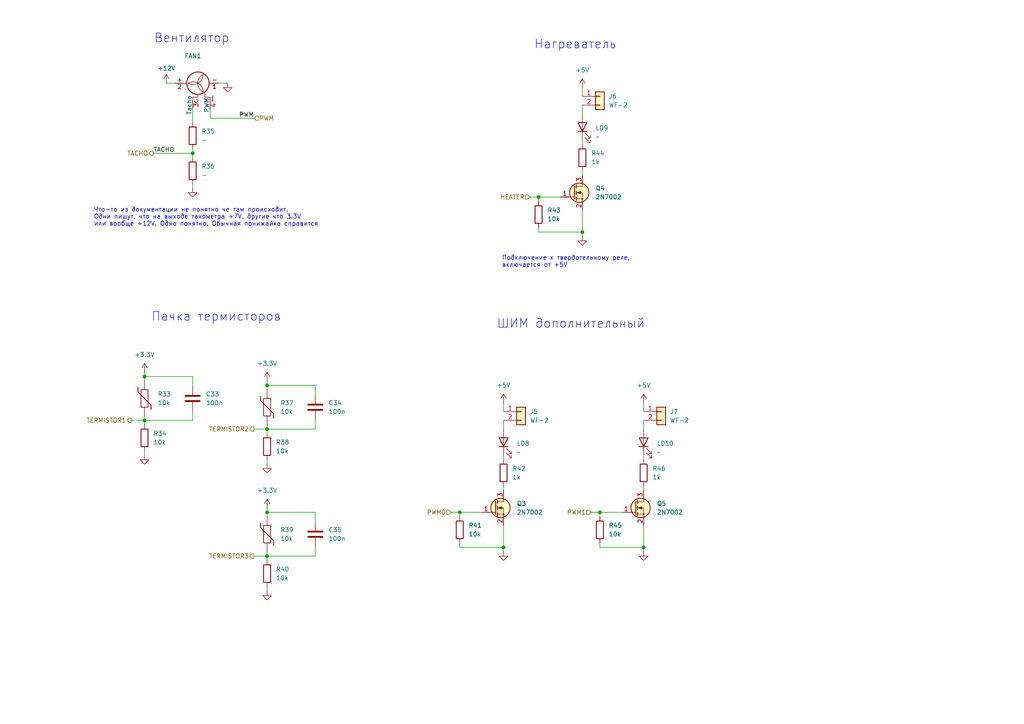
<source format=kicad_sch>
(kicad_sch (version 20250114) (generator "eeschema") (generator_version "9.0")
  (paper "A4")
  (title_block (title "OctopusNode") (comment 2 "Филимонов С.В.") (comment 3 "Семеренко Д.А."))
  (lib_symbols
    (symbol "Connector_Generic:Conn_01x02" (pin_names (offset 1.016) (hide yes))
      (property "Reference" "J" (at 0 2.54 0))
      (property "Value" "Conn_01x02" (at 0 -5.08 0))
      (symbol "Conn_01x02_1_1"
        (rectangle (start -1.27 1.27) (end 1.27 -3.81) (stroke (width 0.254)) (fill (type background)))
        (rectangle (start -1.27 0.127) (end 0 -0.127) (stroke (width 0.1524)))
        (rectangle (start -1.27 -2.413) (end 0 -2.667) (stroke (width 0.1524)))
        (pin passive line (at -5.08 0 0) (length 3.81) (name "Pin_1") (number "1"))
        (pin passive line (at -5.08 -2.54 0) (length 3.81) (name "Pin_2") (number "2"))
      )
    )
    (symbol "Device:C" (pin_numbers (hide yes)) (pin_names (offset 0.254))
      (property "Reference" "C" (at 0.635 2.54 0))
      (property "Value" "C" (at 0.635 -2.54 0))
      (symbol "C_0_1"
        (polyline (pts (xy -2.032 0.762) (xy 2.032 0.762)) (stroke (width 0.508)))
        (polyline (pts (xy -2.032 -0.762) (xy 2.032 -0.762)) (stroke (width 0.508)))
      )
      (symbol "C_1_1"
        (pin passive line (at 0 3.81 270) (length 2.794) (name "~") (number "1"))
        (pin passive line (at 0 -3.81 90) (length 2.794) (name "~") (number "2"))
      )
    )
    (symbol "Device:LED" (pin_numbers (hide yes)) (pin_names (offset 1.016) (hide yes))
      (property "Reference" "D" (at 0 2.54 0))
      (property "Value" "LED" (at 0 -2.54 0))
      (symbol "LED_0_1"
        (polyline (pts (xy -3.048 -0.762) (xy -4.572 -2.286) (xy -3.81 -2.286) (xy -4.572 -2.286) (xy -4.572 -1.524)))
        (polyline (pts (xy -1.778 -0.762) (xy -3.302 -2.286) (xy -2.54 -2.286) (xy -3.302 -2.286) (xy -3.302 -1.524)))
        (polyline (pts (xy -1.27 0) (xy 1.27 0)))
        (polyline (pts (xy -1.27 -1.27) (xy -1.27 1.27)) (stroke (width 0.254)))
        (polyline (pts (xy 1.27 -1.27) (xy 1.27 1.27) (xy -1.27 0) (xy 1.27 -1.27)) (stroke (width 0.254)))
      )
      (symbol "LED_1_1"
        (pin passive line (at -3.81 0 0) (length 2.54) (name "K") (number "1"))
        (pin passive line (at 3.81 0 180) (length 2.54) (name "A") (number "2"))
      )
    )
    (symbol "Device:R" (pin_numbers (hide yes)) (pin_names (offset 0))
      (property "Reference" "R" (at 2.032 0 90))
      (property "Value" "R" (at 0 0 90))
      (symbol "R_0_1"
        (rectangle (start -1.016 -2.54) (end 1.016 2.54) (stroke (width 0.254)))
      )
      (symbol "R_1_1"
        (pin passive line (at 0 3.81 270) (length 1.27) (name "~") (number "1"))
        (pin passive line (at 0 -3.81 90) (length 1.27) (name "~") (number "2"))
      )
    )
    (symbol "Device:Thermistor" (pin_numbers (hide yes)) (pin_names (offset 0))
      (property "Reference" "TH" (at 2.54 1.27 90))
      (property "Value" "Thermistor" (at -2.54 0 90))
      (symbol "Thermistor_0_1"
        (polyline (pts (xy -1.905 3.175) (xy -1.905 1.905) (xy 1.905 -1.905) (xy 1.905 -3.175) (xy 1.905 -3.175)) (stroke (width 0.254)))
        (rectangle (start -1.016 2.54) (end 1.016 -2.54) (stroke (width 0.2032)))
      )
      (symbol "Thermistor_1_1"
        (pin passive line (at 0 5.08 270) (length 2.54) (name "~") (number "1"))
        (pin passive line (at 0 -5.08 90) (length 2.54) (name "~") (number "2"))
      )
    )
    (symbol "Motor:Fan_CPU_4pin" (pin_names (offset 0))
      (property "Reference" "M" (at 2.54 5.08 0))
      (property "Value" "Fan_CPU_4pin" (at 2.54 -2.54 0))
      (symbol "Fan_CPU_4pin_0_0"
        (polyline (pts (xy -5.08 2.032) (xy -5.334 2.159)))
        (polyline (pts (xy -5.08 2.032) (xy -5.207 1.778)))
        (arc (start -4.572 1.524) (mid -5.08 1.0182) (end -5.588 1.524))
        (arc (start -5.588 1.524) (mid -5.4392 1.8832) (end -5.08 2.032))
        (polyline (pts (xy -4.064 2.54) (xy -4.064 1.016) (xy -3.302 1.016)))
      )
      (symbol "Fan_CPU_4pin_0_1"
        (polyline (pts (xy -5.334 -3.302) (xy -5.08 -3.302) (xy -5.08 -3.048) (xy -4.826 -3.048) (xy -4.826 -3.302) (xy -4.318 -3.302) (xy -4.318 -3.048) (xy -4.064 -3.048) (xy -4.064 -3.302) (xy -3.556 -3.302)))
        (polyline (pts (xy -4.064 2.54) (xy -5.08 2.54)))
        (polyline (pts (xy -2.54 -1.016) (xy -4.064 -1.016) (xy -4.064 -2.54) (xy -5.08 -2.54)))
        (arc (start 0 3.81) (mid -0.0015 0.9048) (end -2.54 -0.508))
        (polyline (pts (xy 0 4.572) (xy 0 5.08)))
        (polyline (pts (xy 0 4.2672) (xy 0 4.6228)))
        (circle (center 0 1.016) (radius 3.2512) (stroke (width 0.254)))
        (arc (start -2.54 -0.508) (mid 0 1.0618) (end 2.54 -0.508))
        (polyline (pts (xy 0 -2.2352) (xy 0 -2.6416)))
        (polyline (pts (xy 0 -5.08) (xy 0 -4.572)))
        (arc (start 2.54 -0.508) (mid 0.047 0.9315) (end 0 3.81))
      )
      (symbol "Fan_CPU_4pin_1_1"
        (pin passive line (at -7.62 2.54 0) (length 2.54) (name "Tacho") (number "3"))
        (pin input line (at -7.62 -2.54 0) (length 2.54) (name "PWM") (number "4"))
        (pin passive line (at 0 7.62 270) (length 2.54) (name "+") (number "2"))
        (pin passive line (at 0 -5.08 90) (length 2.54) (name "-") (number "1"))
      )
    )
    (symbol "PCM_Transistor_MOSFET_AKL:2N7002" (pin_names (hide yes))
      (property "Reference" "Q" (at 5.08 1.27 0))
      (property "Value" "2N7002" (at 5.08 -1.27 0))
      (symbol "2N7002_0_1"
        (polyline (pts (xy 0.254 1.905) (xy 0.254 -1.905)) (stroke (width 0.254)))
        (polyline (pts (xy 0.254 -1.27) (xy -2.54 -1.27)))
        (polyline (pts (xy 0.762 2.286) (xy 0.762 1.27)) (stroke (width 0.254)))
        (polyline (pts (xy 0.762 0.508) (xy 0.762 -0.508)) (stroke (width 0.254)))
        (polyline (pts (xy 0.762 -1.27) (xy 0.762 -2.286)) (stroke (width 0.254)))
        (polyline (pts (xy 0.762 -1.778) (xy 2.54 -1.778)))
        (polyline (pts (xy 1.016 0) (xy 2.032 0.381) (xy 2.032 -0.381) (xy 1.016 0)) (fill (type outline)))
        (circle (center 1.651 0) (radius 2.794) (stroke (width 0.254)) (fill (type background)))
        (polyline (pts (xy 2.54 2.54) (xy 2.54 1.778)))
        (polyline (pts (xy 2.54 1.778) (xy 0.762 1.778)))
        (circle (center 2.54 -1.778) (radius 0.1778) (fill (type outline)))
        (polyline (pts (xy 2.54 -2.54) (xy 2.54 0) (xy 0.762 0)))
      )
      (symbol "2N7002_1_1"
        (pin input line (at -3.81 -1.27 0) (length 2.54) (name "G") (number "1"))
        (pin passive line (at 2.54 5.08 270) (length 2.54) (name "D") (number "3"))
        (pin passive line (at 2.54 -5.08 90) (length 2.54) (name "S") (number "2"))
      )
    )
    (symbol "power:+12V" (power) (pin_numbers (hide yes)) (pin_names (offset 0) (hide yes))
      (property "Value" "+12V" (at 0 3.556 0))
      (symbol "+12V_0_1"
        (polyline (pts (xy -0.762 1.27) (xy 0 2.54)))
        (polyline (pts (xy 0 2.54) (xy 0.762 1.27)))
        (polyline (pts (xy 0 0) (xy 0 2.54)))
      )
      (symbol "+12V_1_1"
        (pin power_in line (at 0 0 90) (length 0) (name "~") (number "1"))
      )
    )
    (symbol "power:+3.3V" (power) (pin_numbers (hide yes)) (pin_names (offset 0) (hide yes))
      (property "Value" "+3.3V" (at 0 3.556 0))
      (symbol "+3.3V_0_1"
        (polyline (pts (xy -0.762 1.27) (xy 0 2.54)))
        (polyline (pts (xy 0 2.54) (xy 0.762 1.27)))
        (polyline (pts (xy 0 0) (xy 0 2.54)))
      )
      (symbol "+3.3V_1_1"
        (pin power_in line (at 0 0 90) (length 0) (name "~") (number "1"))
      )
    )
    (symbol "power:+5V" (power) (pin_numbers (hide yes)) (pin_names (offset 0) (hide yes))
      (property "Value" "+5V" (at 0 3.556 0))
      (symbol "+5V_0_1"
        (polyline (pts (xy -0.762 1.27) (xy 0 2.54)))
        (polyline (pts (xy 0 2.54) (xy 0.762 1.27)))
        (polyline (pts (xy 0 0) (xy 0 2.54)))
      )
      (symbol "+5V_1_1"
        (pin power_in line (at 0 0 90) (length 0) (name "~") (number "1"))
      )
    )
    (symbol "power:GND" (power) (pin_numbers (hide yes)) (pin_names (offset 0) (hide yes))
      (property "Value" "GND" (at 0 -3.81 0))
      (symbol "GND_0_1"
        (polyline (pts (xy 0 0) (xy 0 -1.27) (xy 1.27 -1.27) (xy 0 -2.54) (xy -1.27 -1.27) (xy 0 -1.27)))
      )
      (symbol "GND_1_1"
        (pin power_in line (at 0 0 270) (length 0) (name "~") (number "1"))
      )
    )
  )
  (text "Пачка термисторов" (at 62.738 91.948 0) (effects (font (size 2.54 2.54))))
  (text "Нагреватель" (at 166.878 12.954 0) (effects (font (size 2.54 2.54))))
  (text "ШИМ дополнительный" (at 165.608 93.98 0) (effects (font (size 2.54 2.54))))
  (text "Подключение к твердотельному реле,\nвключается от +5V" (at 145.542 75.946 0) (effects (font (size 1.27 1.27)) (justify left)))
  (text "Что-то из документации не понятно че там происходит.\nОдни пишут, что на выходе тахометра +7V, другие что 3.3V\nили вообще +12V. Одно понятно. Обычная понижайка справится" (at 27.178 62.992 0) (effects (font (size 1.27 1.27)) (justify left)))
  (text "Вентилятор" (at 55.626 11.176 0) (effects (font (size 2.54 2.54))))
  (junction (at 173.99 148.59))
  (junction (at 168.91 67.31))
  (junction (at 77.47 161.29))
  (junction (at 41.91 121.92))
  (junction (at 77.47 111.76))
  (junction (at 55.88 44.45))
  (junction (at 77.47 148.59))
  (junction (at 133.35 148.59))
  (junction (at 156.21 57.15))
  (junction (at 146.05 158.75))
  (junction (at 186.69 158.75))
  (junction (at 77.47 124.46))
  (junction (at 41.91 109.22))
  (wire (pts (xy 77.47 111.76) (xy 91.44 111.76)))
  (wire (pts (xy 77.47 147.32) (xy 77.47 148.59)))
  (wire (pts (xy 156.21 57.15) (xy 156.21 58.42)))
  (wire (pts (xy 186.69 152.4) (xy 186.69 158.75)))
  (wire (pts (xy 73.66 161.29) (xy 77.47 161.29)))
  (wire (pts (xy 168.91 60.96) (xy 168.91 67.31)))
  (wire (pts (xy 60.96 31.75) (xy 60.96 34.29)))
  (wire (pts (xy 77.47 133.35) (xy 77.47 134.62)))
  (wire (pts (xy 63.5 24.13) (xy 66.04 24.13)))
  (wire (pts (xy 168.91 25.4) (xy 168.91 27.94)))
  (wire (pts (xy 60.96 34.29) (xy 73.66 34.29)))
  (wire (pts (xy 41.91 109.22) (xy 55.88 109.22)))
  (wire (pts (xy 156.21 66.04) (xy 156.21 67.31)))
  (wire (pts (xy 77.47 148.59) (xy 91.44 148.59)))
  (wire (pts (xy 77.47 160.02) (xy 77.47 161.29)))
  (wire (pts (xy 130.81 148.59) (xy 133.35 148.59)))
  (wire (pts (xy 91.44 158.75) (xy 91.44 161.29)))
  (wire (pts (xy 146.05 116.84) (xy 146.05 119.38)))
  (wire (pts (xy 156.21 67.31) (xy 168.91 67.31)))
  (wire (pts (xy 55.88 121.92) (xy 41.91 121.92)))
  (wire (pts (xy 168.91 49.53) (xy 168.91 50.8)))
  (wire (pts (xy 55.88 31.75) (xy 55.88 35.56)))
  (wire (pts (xy 44.45 44.45) (xy 55.88 44.45)))
  (wire (pts (xy 133.35 158.75) (xy 146.05 158.75)))
  (wire (pts (xy 41.91 121.92) (xy 41.91 123.19)))
  (wire (pts (xy 77.47 110.49) (xy 77.47 111.76)))
  (wire (pts (xy 55.88 44.45) (xy 55.88 45.72)))
  (wire (pts (xy 77.47 148.59) (xy 77.47 149.86)))
  (wire (pts (xy 173.99 157.48) (xy 173.99 158.75)))
  (wire (pts (xy 146.05 121.92) (xy 146.05 124.46)))
  (wire (pts (xy 77.47 111.76) (xy 77.47 113.03)))
  (wire (pts (xy 186.69 140.97) (xy 186.69 142.24)))
  (wire (pts (xy 173.99 158.75) (xy 186.69 158.75)))
  (wire (pts (xy 186.69 116.84) (xy 186.69 119.38)))
  (wire (pts (xy 41.91 109.22) (xy 41.91 110.49)))
  (wire (pts (xy 146.05 152.4) (xy 146.05 158.75)))
  (wire (pts (xy 77.47 123.19) (xy 77.47 124.46)))
  (wire (pts (xy 186.69 158.75) (xy 186.69 160.02)))
  (wire (pts (xy 173.99 148.59) (xy 173.99 149.86)))
  (wire (pts (xy 48.26 24.13) (xy 50.8 24.13)))
  (wire (pts (xy 77.47 124.46) (xy 77.47 125.73)))
  (wire (pts (xy 171.45 148.59) (xy 173.99 148.59)))
  (wire (pts (xy 168.91 67.31) (xy 168.91 68.58)))
  (wire (pts (xy 41.91 130.81) (xy 41.91 132.08)))
  (wire (pts (xy 156.21 57.15) (xy 162.56 57.15)))
  (wire (pts (xy 91.44 161.29) (xy 77.47 161.29)))
  (wire (pts (xy 41.91 120.65) (xy 41.91 121.92)))
  (wire (pts (xy 168.91 40.64) (xy 168.91 41.91)))
  (wire (pts (xy 133.35 157.48) (xy 133.35 158.75)))
  (wire (pts (xy 168.91 30.48) (xy 168.91 33.02)))
  (wire (pts (xy 91.44 114.3) (xy 91.44 111.76)))
  (wire (pts (xy 55.88 111.76) (xy 55.88 109.22)))
  (wire (pts (xy 153.67 57.15) (xy 156.21 57.15)))
  (wire (pts (xy 173.99 148.59) (xy 180.34 148.59)))
  (wire (pts (xy 73.66 124.46) (xy 77.47 124.46)))
  (wire (pts (xy 146.05 132.08) (xy 146.05 133.35)))
  (wire (pts (xy 146.05 158.75) (xy 146.05 160.02)))
  (wire (pts (xy 77.47 161.29) (xy 77.47 162.56)))
  (wire (pts (xy 77.47 170.18) (xy 77.47 171.45)))
  (wire (pts (xy 41.91 107.95) (xy 41.91 109.22)))
  (wire (pts (xy 38.1 121.92) (xy 41.91 121.92)))
  (wire (pts (xy 91.44 124.46) (xy 77.47 124.46)))
  (wire (pts (xy 91.44 151.13) (xy 91.44 148.59)))
  (wire (pts (xy 55.88 43.18) (xy 55.88 44.45)))
  (wire (pts (xy 186.69 121.92) (xy 186.69 124.46)))
  (wire (pts (xy 186.69 132.08) (xy 186.69 133.35)))
  (wire (pts (xy 55.88 119.38) (xy 55.88 121.92)))
  (wire (pts (xy 133.35 148.59) (xy 139.7 148.59)))
  (wire (pts (xy 55.88 53.34) (xy 55.88 54.61)))
  (wire (pts (xy 133.35 148.59) (xy 133.35 149.86)))
  (wire (pts (xy 146.05 140.97) (xy 146.05 142.24)))
  (wire (pts (xy 91.44 121.92) (xy 91.44 124.46)))
  (label "TACHO" (at 44.45 44.45 0))
  (label "PWM" (at 73.66 34.29 180))
  (hierarchical_label "TERMISTOR2" (shape output) (at 73.66 124.46 180))
  (hierarchical_label "HEATER" (shape input) (at 153.67 57.15 180))
  (hierarchical_label "PWM" (shape input) (at 73.66 34.29 0))
  (hierarchical_label "TERMISTOR3" (shape output) (at 73.66 161.29 180))
  (hierarchical_label "TACHO" (shape output) (at 44.45 44.45 180))
  (hierarchical_label "TERMISTOR1" (shape output) (at 38.1 121.92 180))
  (hierarchical_label "PWM1" (shape input) (at 171.45 148.59 180))
  (hierarchical_label "PWM0" (shape input) (at 130.81 148.59 180))
  (symbol (lib_id "Device:R") (at 186.69 137.16 0) (unit 1)
    (property "Reference" "R46" (at 189.23 135.8899 0) (effects (justify left)))
    (property "Value" "1k" (at 189.23 138.4299 0) (effects (justify left)))
    (property "Footprint" "Resistor_SMD:R_0805_2012Metric" (effects (hide yes)))
    (property "Description" "Resistor" (effects (hide yes)))
  )
  (symbol (lib_id "Device:R") (at 173.99 153.67 180) (unit 1)
    (property "Reference" "R45" (at 176.53 152.3999 0) (effects (justify right)))
    (property "Value" "10k" (at 176.53 154.9399 0) (effects (justify right)))
    (property "Footprint" "Resistor_SMD:R_0805_2012Metric" (effects (hide yes)))
    (property "Description" "Resistor" (effects (hide yes)))
  )
  (symbol (lib_id "Device:Thermistor") (at 41.91 115.57 0) (unit 1)
    (property "Reference" "R33" (at 45.72 114.2999 0) (effects (justify left)))
    (property "Value" "10k" (at 45.72 116.8399 0) (effects (justify left)))
    (property "Footprint" "Connector_JST:JST_PH_B2B-PH-K_1x02_P2.00mm_Vertical" (effects (hide yes)))
    (property "Description" "Temperature dependent resistor" (effects (hide yes)))
  )
  (symbol (lib_id "power:GND") (at 168.91 68.58 0) (unit 1)
    (property "Reference" "#PWR0101" (effects (hide yes)))
    (property "Value" "GND" (effects (hide yes)))
    (property "Description" "Power symbol creates a global label with name \"GND\" , ground" (effects (hide yes)))
  )
  (symbol (lib_id "power:GND") (at 146.05 160.02 0) (unit 1)
    (property "Reference" "#PWR099" (effects (hide yes)))
    (property "Value" "GND" (effects (hide yes)))
    (property "Description" "Power symbol creates a global label with name \"GND\" , ground" (effects (hide yes)))
  )
  (symbol (lib_id "PCM_Transistor_MOSFET_AKL:2N7002") (at 166.37 55.88 0) (unit 1)
    (property "Reference" "Q4" (at 172.72 54.6099 0) (effects (justify left)))
    (property "Value" "2N7002" (at 172.72 57.1499 0) (effects (justify left)))
    (property "Footprint" "PCM_4ms_Package_SOT:SOT-23" (effects (hide yes)))
    (property "Datasheet" "https://www.tme.eu/Document/7df5cae36abdfcedddb681f5be886f05/2N7000.pdf" (effects (hide yes)))
    (property "Description" "SOT-23 N-MOSFET enchancement mode transistor, 60V, 115mA, 200mW, Alternate KiCAD Library" (effects (hide yes)))
  )
  (symbol (lib_id "Device:LED") (at 146.05 128.27 90) (unit 1)
    (property "Reference" "LD8" (at 149.86 128.5874 90) (effects (justify right)))
    (property "Value" "~" (at 149.86 131.1274 90) (effects (justify right)))
    (property "Footprint" "LED_SMD:LED_0805_2012Metric" (effects (hide yes)))
    (property "Description" "Light emitting diode" (effects (hide yes)))
  )
  (symbol (lib_id "Device:Thermistor") (at 77.47 154.94 0) (unit 1)
    (property "Reference" "R39" (at 81.28 153.6699 0) (effects (justify left)))
    (property "Value" "10k" (at 81.28 156.2099 0) (effects (justify left)))
    (property "Footprint" "Connector_JST:JST_PH_B2B-PH-K_1x02_P2.00mm_Vertical" (effects (hide yes)))
    (property "Description" "Temperature dependent resistor" (effects (hide yes)))
  )
  (symbol (lib_id "power:GND") (at 77.47 134.62 0) (unit 1)
    (property "Reference" "#PWR095" (effects (hide yes)))
    (property "Value" "GND" (effects (hide yes)))
    (property "Description" "Power symbol creates a global label with name \"GND\" , ground" (effects (hide yes)))
  )
  (symbol (lib_id "Device:R") (at 133.35 153.67 180) (unit 1)
    (property "Reference" "R41" (at 135.89 152.3999 0) (effects (justify right)))
    (property "Value" "10k" (at 135.89 154.9399 0) (effects (justify right)))
    (property "Footprint" "Resistor_SMD:R_0805_2012Metric" (effects (hide yes)))
    (property "Description" "Resistor" (effects (hide yes)))
  )
  (symbol (lib_id "Device:Thermistor") (at 77.47 118.11 0) (unit 1)
    (property "Reference" "R37" (at 81.28 116.8399 0) (effects (justify left)))
    (property "Value" "10k" (at 81.28 119.3799 0) (effects (justify left)))
    (property "Footprint" "Connector_JST:JST_PH_B2B-PH-K_1x02_P2.00mm_Vertical" (effects (hide yes)))
    (property "Description" "Temperature dependent resistor" (effects (hide yes)))
  )
  (symbol (lib_id "power:+3.3V") (at 41.91 107.95 0) (unit 1)
    (property "Reference" "#PWR089" (effects (hide yes)))
    (property "Value" "+3.3V" (at 41.91 102.87 0))
    (property "Description" "Power symbol creates a global label with name \"+3.3V\"" (effects (hide yes)))
  )
  (symbol (lib_id "Device:C") (at 91.44 118.11 0) (unit 1)
    (property "Reference" "C34" (at 95.25 116.8399 0) (effects (justify left)))
    (property "Value" "100n" (at 95.25 119.3799 0) (effects (justify left)))
    (property "Footprint" "Capacitor_SMD:C_0805_2012Metric" (effects (hide yes)))
    (property "Description" "Unpolarized capacitor" (effects (hide yes)))
  )
  (symbol (lib_id "power:GND") (at 66.04 24.13 0) (unit 1)
    (property "Reference" "#PWR093" (effects (hide yes)))
    (property "Value" "GND" (effects (hide yes)))
    (property "Description" "Power symbol creates a global label with name \"GND\" , ground" (effects (hide yes)))
  )
  (symbol (lib_id "power:+5V") (at 146.05 116.84 0) (unit 1)
    (property "Reference" "#PWR098" (effects (hide yes)))
    (property "Value" "+5V" (at 146.05 111.76 0))
    (property "Description" "Power symbol creates a global label with name \"+5V\"" (effects (hide yes)))
  )
  (symbol (lib_id "power:+3.3V") (at 77.47 110.49 0) (unit 1)
    (property "Reference" "#PWR094" (effects (hide yes)))
    (property "Value" "+3.3V" (at 77.47 105.41 0))
    (property "Description" "Power symbol creates a global label with name \"+3.3V\"" (effects (hide yes)))
  )
  (symbol (lib_id "Device:R") (at 77.47 129.54 0) (unit 1)
    (property "Reference" "R38" (at 80.01 128.2699 0) (effects (justify left)))
    (property "Value" "10k" (at 80.01 130.8099 0) (effects (justify left)))
    (property "Footprint" "Resistor_SMD:R_0805_2012Metric" (effects (hide yes)))
    (property "Description" "Resistor" (effects (hide yes)))
  )
  (symbol (lib_id "Device:R") (at 55.88 39.37 180) (unit 1)
    (property "Reference" "R35" (at 58.42 38.0999 0) (effects (justify right)))
    (property "Value" "-" (at 58.42 40.6399 0) (effects (justify right)))
    (property "Footprint" "Resistor_SMD:R_0805_2012Metric" (effects (hide yes)))
    (property "Description" "Resistor" (effects (hide yes)))
  )
  (symbol (lib_id "Connector_Generic:Conn_01x02") (at 191.77 119.38 0) (unit 1)
    (property "Reference" "J7" (at 194.31 119.3799 0) (effects (justify left)))
    (property "Value" "WF-2" (at 194.31 121.9199 0) (effects (justify left)))
    (property "Footprint" "Library:WF-2" (effects (hide yes)))
    (property "Datasheet" "https://www.chipdip.ru/product/wf-2" (effects (hide yes)))
    (property "Description" "Generic connector, single row, 01x02, script generated (kicad-library-utils/schlib/autogen/connector/)" (effects (hide yes)))
  )
  (symbol (lib_id "Device:R") (at 146.05 137.16 0) (unit 1)
    (property "Reference" "R42" (at 148.59 135.8899 0) (effects (justify left)))
    (property "Value" "1k" (at 148.59 138.4299 0) (effects (justify left)))
    (property "Footprint" "Resistor_SMD:R_0805_2012Metric" (effects (hide yes)))
    (property "Description" "Resistor" (effects (hide yes)))
  )
  (symbol (lib_id "Device:R") (at 55.88 49.53 180) (unit 1)
    (property "Reference" "R36" (at 58.42 48.2599 0) (effects (justify right)))
    (property "Value" "-" (at 58.42 50.7999 0) (effects (justify right)))
    (property "Footprint" "Resistor_SMD:R_0805_2012Metric" (effects (hide yes)))
    (property "Description" "Resistor" (effects (hide yes)))
  )
  (symbol (lib_id "power:+12V") (at 48.26 24.13 0) (unit 1)
    (property "Reference" "#PWR091" (effects (hide yes)))
    (property "Value" "+12V" (at 48.26 19.812 0))
    (property "Description" "Power symbol creates a global label with name \"+12V\"" (effects (hide yes)))
  )
  (symbol (lib_id "power:GND") (at 77.47 171.45 0) (unit 1)
    (property "Reference" "#PWR097" (effects (hide yes)))
    (property "Value" "GND" (effects (hide yes)))
    (property "Description" "Power symbol creates a global label with name \"GND\" , ground" (effects (hide yes)))
  )
  (symbol (lib_id "power:+3.3V") (at 77.47 147.32 0) (unit 1)
    (property "Reference" "#PWR096" (effects (hide yes)))
    (property "Value" "+3.3V" (at 77.47 142.24 0))
    (property "Description" "Power symbol creates a global label with name \"+3.3V\"" (effects (hide yes)))
  )
  (symbol (lib_id "Motor:Fan_CPU_4pin") (at 58.42 24.13 90) (unit 1)
    (property "Reference" "FAN1" (at 58.42 16.256 90) (effects (justify left)))
    (property "Value" "Fan_CPU_4pin" (effects (hide yes)))
    (property "Footprint" "Connector:FanPinHeader_1x04_P2.54mm_Vertical" (effects (hide yes)))
    (property "Datasheet" "http://www.formfactors.org/developer%5Cspecs%5Crev1_2_public.pdf" (effects (hide yes)))
    (property "Description" "CPU Fan, tacho output, PWM input, 4-pin connector" (effects (hide yes)))
  )
  (symbol (lib_id "PCM_Transistor_MOSFET_AKL:2N7002") (at 143.51 147.32 0) (unit 1)
    (property "Reference" "Q3" (at 149.86 146.0499 0) (effects (justify left)))
    (property "Value" "2N7002" (at 149.86 148.5899 0) (effects (justify left)))
    (property "Footprint" "PCM_4ms_Package_SOT:SOT-23" (effects (hide yes)))
    (property "Datasheet" "https://www.tme.eu/Document/7df5cae36abdfcedddb681f5be886f05/2N7000.pdf" (effects (hide yes)))
    (property "Description" "SOT-23 N-MOSFET enchancement mode transistor, 60V, 115mA, 200mW, Alternate KiCAD Library" (effects (hide yes)))
  )
  (symbol (lib_id "Device:C") (at 91.44 154.94 0) (unit 1)
    (property "Reference" "C35" (at 95.25 153.6699 0) (effects (justify left)))
    (property "Value" "100n" (at 95.25 156.2099 0) (effects (justify left)))
    (property "Footprint" "Capacitor_SMD:C_0805_2012Metric" (effects (hide yes)))
    (property "Description" "Unpolarized capacitor" (effects (hide yes)))
  )
  (symbol (lib_id "power:GND") (at 186.69 160.02 0) (unit 1)
    (property "Reference" "#PWR0103" (effects (hide yes)))
    (property "Value" "GND" (effects (hide yes)))
    (property "Description" "Power symbol creates a global label with name \"GND\" , ground" (effects (hide yes)))
  )
  (symbol (lib_id "Device:LED") (at 186.69 128.27 90) (unit 1)
    (property "Reference" "LD10" (at 190.5 128.5874 90) (effects (justify right)))
    (property "Value" "~" (at 190.5 131.1274 90) (effects (justify right)))
    (property "Footprint" "LED_SMD:LED_0805_2012Metric" (effects (hide yes)))
    (property "Description" "Light emitting diode" (effects (hide yes)))
  )
  (symbol (lib_id "power:GND") (at 55.88 54.61 0) (unit 1)
    (property "Reference" "#PWR092" (effects (hide yes)))
    (property "Value" "GND" (effects (hide yes)))
    (property "Description" "Power symbol creates a global label with name \"GND\" , ground" (effects (hide yes)))
  )
  (symbol (lib_id "Device:R") (at 156.21 62.23 180) (unit 1)
    (property "Reference" "R43" (at 158.75 60.9599 0) (effects (justify right)))
    (property "Value" "10k" (at 158.75 63.4999 0) (effects (justify right)))
    (property "Footprint" "Resistor_SMD:R_0805_2012Metric" (effects (hide yes)))
    (property "Description" "Resistor" (effects (hide yes)))
  )
  (symbol (lib_id "Device:LED") (at 168.91 36.83 90) (unit 1)
    (property "Reference" "LD9" (at 172.72 37.1474 90) (effects (justify right)))
    (property "Value" "~" (at 172.72 39.6874 90) (effects (justify right)))
    (property "Footprint" "LED_SMD:LED_0805_2012Metric" (effects (hide yes)))
    (property "Description" "Light emitting diode" (effects (hide yes)))
  )
  (symbol (lib_id "PCM_Transistor_MOSFET_AKL:2N7002") (at 184.15 147.32 0) (unit 1)
    (property "Reference" "Q5" (at 190.5 146.0499 0) (effects (justify left)))
    (property "Value" "2N7002" (at 190.5 148.5899 0) (effects (justify left)))
    (property "Footprint" "PCM_4ms_Package_SOT:SOT-23" (effects (hide yes)))
    (property "Datasheet" "https://www.tme.eu/Document/7df5cae36abdfcedddb681f5be886f05/2N7000.pdf" (effects (hide yes)))
    (property "Description" "SOT-23 N-MOSFET enchancement mode transistor, 60V, 115mA, 200mW, Alternate KiCAD Library" (effects (hide yes)))
  )
  (symbol (lib_id "power:+5V") (at 168.91 25.4 0) (unit 1)
    (property "Reference" "#PWR0100" (effects (hide yes)))
    (property "Value" "+5V" (at 168.91 20.32 0))
    (property "Description" "Power symbol creates a global label with name \"+5V\"" (effects (hide yes)))
  )
  (symbol (lib_id "Connector_Generic:Conn_01x02") (at 151.13 119.38 0) (unit 1)
    (property "Reference" "J5" (at 153.67 119.3799 0) (effects (justify left)))
    (property "Value" "WF-2" (at 153.67 121.9199 0) (effects (justify left)))
    (property "Footprint" "Library:WF-2" (effects (hide yes)))
    (property "Datasheet" "https://www.chipdip.ru/product/wf-2" (effects (hide yes)))
    (property "Description" "Generic connector, single row, 01x02, script generated (kicad-library-utils/schlib/autogen/connector/)" (effects (hide yes)))
  )
  (symbol (lib_id "Device:R") (at 168.91 45.72 0) (unit 1)
    (property "Reference" "R44" (at 171.45 44.4499 0) (effects (justify left)))
    (property "Value" "1k" (at 171.45 46.9899 0) (effects (justify left)))
    (property "Footprint" "Resistor_SMD:R_0805_2012Metric" (effects (hide yes)))
    (property "Description" "Resistor" (effects (hide yes)))
  )
  (symbol (lib_id "Device:C") (at 55.88 115.57 0) (unit 1)
    (property "Reference" "C33" (at 59.69 114.2999 0) (effects (justify left)))
    (property "Value" "100n" (at 59.69 116.8399 0) (effects (justify left)))
    (property "Footprint" "Capacitor_SMD:C_0805_2012Metric" (effects (hide yes)))
    (property "Description" "Unpolarized capacitor" (effects (hide yes)))
  )
  (symbol (lib_id "power:+5V") (at 186.69 116.84 0) (unit 1)
    (property "Reference" "#PWR0102" (effects (hide yes)))
    (property "Value" "+5V" (at 186.69 111.76 0))
    (property "Description" "Power symbol creates a global label with name \"+5V\"" (effects (hide yes)))
  )
  (symbol (lib_id "Device:R") (at 77.47 166.37 0) (unit 1)
    (property "Reference" "R40" (at 80.01 165.0999 0) (effects (justify left)))
    (property "Value" "10k" (at 80.01 167.6399 0) (effects (justify left)))
    (property "Footprint" "Resistor_SMD:R_0805_2012Metric" (effects (hide yes)))
    (property "Description" "Resistor" (effects (hide yes)))
  )
  (symbol (lib_id "Connector_Generic:Conn_01x02") (at 173.99 27.94 0) (unit 1)
    (property "Reference" "J6" (at 176.53 27.9399 0) (effects (justify left)))
    (property "Value" "WF-2" (at 176.53 30.4799 0) (effects (justify left)))
    (property "Footprint" "Library:WF-2" (effects (hide yes)))
    (property "Datasheet" "https://www.chipdip.ru/product/wf-2" (effects (hide yes)))
    (property "Description" "Generic connector, single row, 01x02, script generated (kicad-library-utils/schlib/autogen/connector/)" (effects (hide yes)))
  )
  (symbol (lib_id "Device:R") (at 41.91 127 0) (unit 1)
    (property "Reference" "R34" (at 44.45 125.7299 0) (effects (justify left)))
    (property "Value" "10k" (at 44.45 128.2699 0) (effects (justify left)))
    (property "Footprint" "Resistor_SMD:R_0805_2012Metric" (effects (hide yes)))
    (property "Description" "Resistor" (effects (hide yes)))
  )
  (symbol (lib_id "power:GND") (at 41.91 132.08 0) (unit 1)
    (property "Reference" "#PWR090" (effects (hide yes)))
    (property "Value" "GND" (effects (hide yes)))
    (property "Description" "Power symbol creates a global label with name \"GND\" , ground" (effects (hide yes)))
  )
)
</source>
